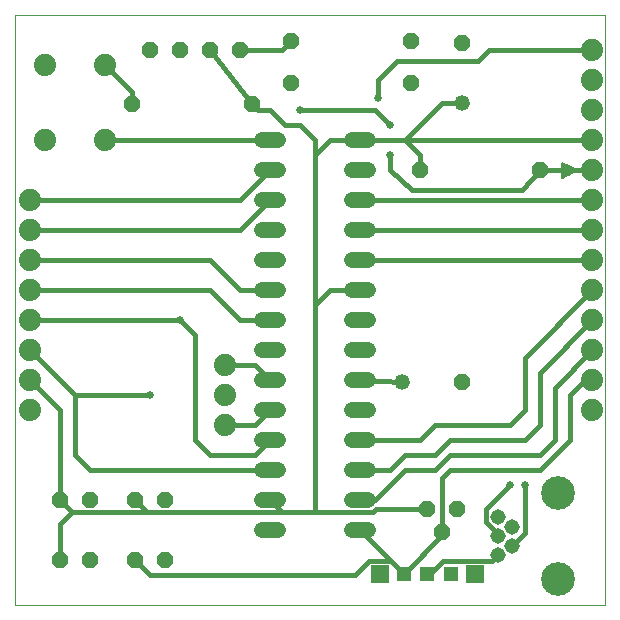
<source format=gtl>
G75*
%MOIN*%
%OFA0B0*%
%FSLAX25Y25*%
%IPPOS*%
%LPD*%
%AMOC8*
5,1,8,0,0,1.08239X$1,22.5*
%
%ADD10C,0.00000*%
%ADD11OC8,0.05200*%
%ADD12C,0.05200*%
%ADD13C,0.05150*%
%ADD14C,0.11220*%
%ADD15C,0.07400*%
%ADD16C,0.05200*%
%ADD17R,0.05937X0.05937*%
%ADD18R,0.05150X0.05150*%
%ADD19C,0.00500*%
%ADD20C,0.01600*%
%ADD21C,0.02578*%
D10*
X0006300Y0007048D02*
X0006300Y0203898D01*
X0203150Y0203898D01*
X0203150Y0007048D01*
X0006300Y0007048D01*
D11*
X0021300Y0022048D03*
X0031300Y0022048D03*
X0046300Y0022048D03*
X0056300Y0022048D03*
X0056300Y0042048D03*
X0046300Y0042048D03*
X0031300Y0042048D03*
X0021300Y0042048D03*
X0141300Y0152048D03*
X0138300Y0181048D03*
X0138300Y0195048D03*
X0155300Y0194548D03*
X0181300Y0152048D03*
X0155300Y0081548D03*
X0153800Y0039048D03*
X0148800Y0031548D03*
X0143800Y0039048D03*
X0085300Y0174048D03*
X0098300Y0181048D03*
X0098300Y0195048D03*
X0081300Y0192048D03*
X0071300Y0192048D03*
X0061300Y0192048D03*
X0051300Y0192048D03*
X0045300Y0174048D03*
D12*
X0135300Y0081548D03*
X0155300Y0174548D03*
D13*
X0167221Y0036347D03*
X0171946Y0033198D03*
X0167221Y0030048D03*
X0171946Y0026898D03*
X0167221Y0023749D03*
D14*
X0187300Y0015678D03*
X0187300Y0044418D03*
D15*
X0198800Y0072048D03*
X0198800Y0082048D03*
X0198800Y0092048D03*
X0198800Y0102048D03*
X0198800Y0112048D03*
X0198800Y0122048D03*
X0198800Y0132048D03*
X0198800Y0142048D03*
X0198800Y0152048D03*
X0198800Y0162048D03*
X0198800Y0172048D03*
X0198800Y0182048D03*
X0198800Y0192048D03*
X0076300Y0087048D03*
X0076300Y0077048D03*
X0076300Y0067048D03*
X0011300Y0072048D03*
X0011300Y0082048D03*
X0011300Y0092048D03*
X0011300Y0102048D03*
X0011300Y0112048D03*
X0011300Y0122048D03*
X0011300Y0132048D03*
X0011300Y0142048D03*
X0016300Y0162048D03*
X0036300Y0162048D03*
X0036300Y0187048D03*
X0016300Y0187048D03*
D16*
X0088700Y0162048D02*
X0093900Y0162048D01*
X0093900Y0152048D02*
X0088700Y0152048D01*
X0088700Y0142048D02*
X0093900Y0142048D01*
X0093900Y0132048D02*
X0088700Y0132048D01*
X0088700Y0122048D02*
X0093900Y0122048D01*
X0093900Y0112048D02*
X0088700Y0112048D01*
X0088700Y0102048D02*
X0093900Y0102048D01*
X0093900Y0092048D02*
X0088700Y0092048D01*
X0088700Y0082048D02*
X0093900Y0082048D01*
X0093900Y0072048D02*
X0088700Y0072048D01*
X0088700Y0062048D02*
X0093900Y0062048D01*
X0093900Y0052048D02*
X0088700Y0052048D01*
X0088700Y0042048D02*
X0093900Y0042048D01*
X0093900Y0032048D02*
X0088700Y0032048D01*
X0118700Y0032048D02*
X0123900Y0032048D01*
X0123900Y0042048D02*
X0118700Y0042048D01*
X0118700Y0052048D02*
X0123900Y0052048D01*
X0123900Y0062048D02*
X0118700Y0062048D01*
X0118700Y0072048D02*
X0123900Y0072048D01*
X0123900Y0082048D02*
X0118700Y0082048D01*
X0118700Y0092048D02*
X0123900Y0092048D01*
X0123900Y0102048D02*
X0118700Y0102048D01*
X0118700Y0112048D02*
X0123900Y0112048D01*
X0123900Y0122048D02*
X0118700Y0122048D01*
X0118700Y0132048D02*
X0123900Y0132048D01*
X0123900Y0142048D02*
X0118700Y0142048D01*
X0118700Y0152048D02*
X0123900Y0152048D01*
X0123900Y0162048D02*
X0118700Y0162048D01*
D17*
X0128052Y0017548D03*
X0159548Y0017548D03*
D18*
X0151674Y0017548D03*
X0143800Y0017548D03*
X0135926Y0017548D03*
D19*
X0188800Y0149548D02*
X0193800Y0152048D01*
X0188800Y0154548D01*
X0188800Y0152048D01*
X0188800Y0149548D01*
X0188800Y0149622D02*
X0188948Y0149622D01*
X0188800Y0150121D02*
X0189945Y0150121D01*
X0190943Y0150619D02*
X0188800Y0150619D01*
X0188800Y0151118D02*
X0191940Y0151118D01*
X0192937Y0151616D02*
X0188800Y0151616D01*
X0188800Y0152115D02*
X0193666Y0152115D01*
X0192669Y0152613D02*
X0188800Y0152613D01*
X0188800Y0153112D02*
X0191672Y0153112D01*
X0190675Y0153610D02*
X0188800Y0153610D01*
X0188800Y0154109D02*
X0189678Y0154109D01*
D20*
X0181300Y0152048D02*
X0175300Y0145548D01*
X0138800Y0145548D01*
X0131300Y0152048D01*
X0131300Y0157048D01*
X0136300Y0162048D02*
X0148800Y0174548D01*
X0155300Y0174548D01*
X0160800Y0188548D02*
X0164300Y0192048D01*
X0198350Y0192048D01*
X0198350Y0162048D02*
X0136300Y0162048D01*
X0141300Y0157048D01*
X0141300Y0152048D01*
X0136300Y0162048D02*
X0121300Y0162048D01*
X0111300Y0162048D01*
X0106300Y0157048D01*
X0106300Y0162048D01*
X0101300Y0167048D01*
X0096300Y0167048D01*
X0091300Y0172048D01*
X0087300Y0172048D01*
X0085300Y0174048D01*
X0071300Y0192048D01*
X0081300Y0192048D02*
X0095300Y0192048D01*
X0098300Y0195048D01*
X0101300Y0172048D02*
X0126300Y0172048D01*
X0131300Y0167048D01*
X0127300Y0176048D02*
X0127300Y0182048D01*
X0133800Y0188548D01*
X0160800Y0188548D01*
X0181300Y0152048D02*
X0198800Y0152048D01*
X0198350Y0142048D02*
X0121300Y0142048D01*
X0121300Y0132048D02*
X0198350Y0132048D01*
X0198350Y0122048D02*
X0121300Y0122048D01*
X0121300Y0112048D02*
X0111300Y0112048D01*
X0106300Y0107048D01*
X0106300Y0157048D01*
X0091300Y0152048D02*
X0081300Y0142048D01*
X0011300Y0142048D01*
X0011300Y0132048D02*
X0081300Y0132048D01*
X0091300Y0142048D01*
X0091300Y0162048D02*
X0036300Y0162048D01*
X0045300Y0174048D02*
X0045300Y0178048D01*
X0036300Y0187048D01*
X0011300Y0122048D02*
X0071300Y0122048D01*
X0081300Y0112048D01*
X0091300Y0112048D01*
X0091300Y0102048D02*
X0081300Y0102048D01*
X0071300Y0112048D01*
X0011300Y0112048D01*
X0011300Y0102048D02*
X0061300Y0102048D01*
X0066300Y0097048D01*
X0066300Y0062048D01*
X0071300Y0057048D01*
X0086300Y0057048D01*
X0091300Y0062048D01*
X0086300Y0067048D02*
X0091300Y0072048D01*
X0086300Y0067048D02*
X0076300Y0067048D01*
X0091300Y0082048D02*
X0086300Y0087048D01*
X0076300Y0087048D01*
X0051300Y0077048D02*
X0026300Y0077048D01*
X0011300Y0092048D01*
X0011300Y0082048D02*
X0021300Y0072048D01*
X0021300Y0042048D01*
X0025300Y0038048D01*
X0021300Y0034048D01*
X0021300Y0022048D01*
X0025300Y0038048D02*
X0050300Y0038048D01*
X0095300Y0038048D01*
X0091300Y0042048D01*
X0095300Y0038048D02*
X0106300Y0038048D01*
X0106300Y0107048D01*
X0121300Y0082048D02*
X0135300Y0081548D01*
X0146300Y0067048D02*
X0141300Y0062048D01*
X0121300Y0062048D01*
X0121300Y0052048D02*
X0131300Y0052048D01*
X0136300Y0057048D01*
X0146300Y0057048D01*
X0151300Y0062048D01*
X0176300Y0062048D01*
X0181300Y0067048D01*
X0181300Y0084548D01*
X0198800Y0102048D01*
X0198800Y0092048D02*
X0186300Y0079548D01*
X0186300Y0062048D01*
X0181300Y0057048D01*
X0151300Y0057048D01*
X0146300Y0052048D01*
X0136300Y0052048D01*
X0126300Y0042048D01*
X0121300Y0042048D01*
X0125557Y0038048D02*
X0106300Y0038048D01*
X0121300Y0032048D02*
X0121469Y0032048D01*
X0131384Y0022132D01*
X0131169Y0021917D01*
X0124504Y0021917D01*
X0119635Y0017048D01*
X0051300Y0017048D01*
X0046300Y0022048D01*
X0050300Y0038048D02*
X0046300Y0042048D01*
X0031300Y0052048D02*
X0091300Y0052048D01*
X0125557Y0038048D02*
X0126557Y0039048D01*
X0143800Y0039048D01*
X0148800Y0031548D02*
X0148800Y0049548D01*
X0151300Y0052048D01*
X0181300Y0052048D01*
X0191300Y0062048D01*
X0191300Y0077048D01*
X0196300Y0082048D01*
X0198350Y0082048D01*
X0176300Y0089548D02*
X0176300Y0072048D01*
X0171300Y0067048D01*
X0146300Y0067048D01*
X0171300Y0047048D02*
X0163246Y0038994D01*
X0163246Y0034701D01*
X0167221Y0030726D01*
X0167221Y0030048D01*
X0171946Y0026898D02*
X0176300Y0031253D01*
X0176300Y0047048D01*
X0167221Y0023749D02*
X0165389Y0021917D01*
X0148913Y0021917D01*
X0144545Y0017548D01*
X0143800Y0017548D01*
X0135926Y0017548D02*
X0132420Y0021054D01*
X0132420Y0021096D01*
X0131384Y0022132D01*
X0135926Y0017548D02*
X0148800Y0030422D01*
X0148800Y0031548D01*
X0176300Y0089548D02*
X0198800Y0112048D01*
X0031300Y0052048D02*
X0026300Y0057048D01*
X0026300Y0077048D01*
D21*
X0051300Y0077048D03*
X0061300Y0102048D03*
X0131300Y0157048D03*
X0131300Y0167048D03*
X0127300Y0176048D03*
X0101300Y0172048D03*
X0171300Y0047048D03*
X0176300Y0047048D03*
M02*

</source>
